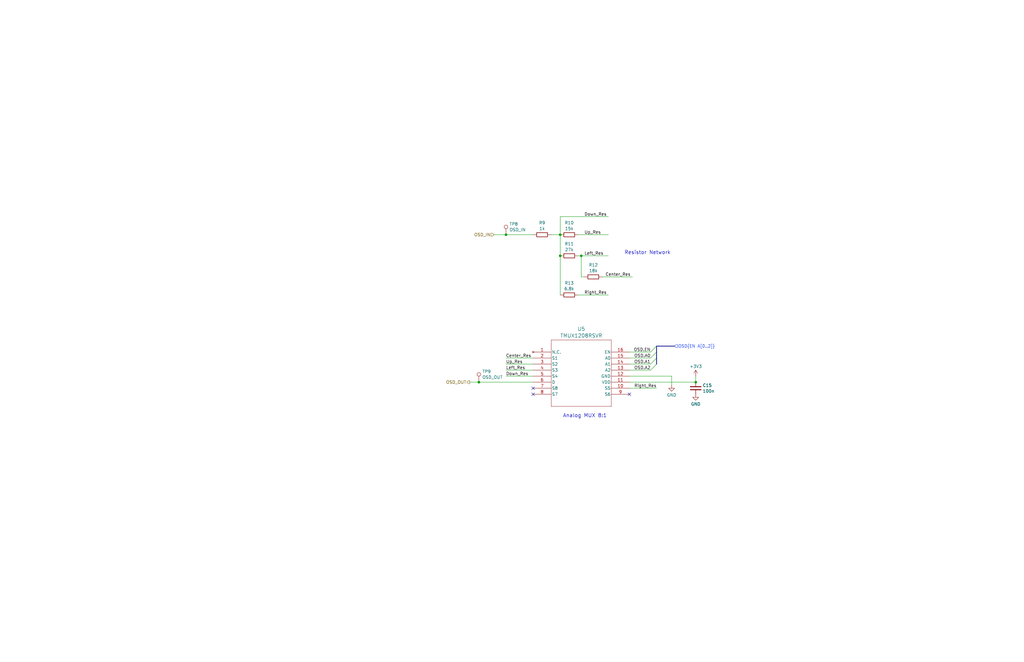
<source format=kicad_sch>
(kicad_sch (version 20231120) (generator "eeschema") (generator_version "8.0")
  (paper "B")
  (title_block (title "Camera Testing Board") (date "2024-10-19") (rev "1") (comment 1 "E. Eidt"))
  (lib_symbols
    (symbol "Connector:TestPoint" (pin_numbers hide) (pin_names (offset 0.762) hide)
      (property "Reference" "TP" (at 0 6.858 0))
      (property "Value" "TestPoint" (at 0 5.08 0))
      (symbol "TestPoint_0_1"
        (circle (center 0 3.302) (radius 0.762))
      )
      (symbol "TestPoint_1_1"
        (pin passive line (at 0 0 90) (length 2.54) (name "1") (number "1"))
      )
    )
    (symbol "PCM_SL_Capacitors:104_Ceramic"
      (property "Reference" "C" (at 0 6.35 0))
      (property "Value" "104_Ceramic" (at 0 3.81 0))
      (symbol "104_Ceramic_0_1"
        (rectangle (start -0.762 2.286) (end -0.508 -2.286) (fill (type outline)))
        (rectangle (start 0.508 2.286) (end 0.762 -2.286) (fill (type outline)))
      )
      (symbol "104_Ceramic_1_1"
        (pin passive line (at -2.54 0 0) (length 2) (name "~") (number "1"))
        (pin input line (at 2.54 0 180) (length 2) (name "~") (number "2"))
      )
    )
    (symbol "PCM_SL_Resistors:15k"
      (property "Reference" "R" (at 0 5.08 0))
      (property "Value" "15k" (at 0 2.54 0))
      (symbol "15k_0_1"
        (rectangle (start -2.286 0.889) (end 2.286 -0.889) (stroke (width 0.24)))
      )
      (symbol "15k_1_1"
        (pin passive line (at -3.81 0 0) (length 1.5) (name "") (number "1"))
        (pin passive line (at 3.81 0 180) (length 1.5) (name "~") (number "2"))
      )
    )
    (symbol "PCM_SL_Resistors:18k"
      (property "Reference" "R" (at 0 5.08 0))
      (property "Value" "18k" (at 0 2.54 0))
      (symbol "18k_0_1"
        (rectangle (start -2.286 0.889) (end 2.286 -0.889) (stroke (width 0.24)))
      )
      (symbol "18k_1_1"
        (pin passive line (at -3.81 0 0) (length 1.5) (name "") (number "1"))
        (pin passive line (at 3.81 0 180) (length 1.5) (name "~") (number "2"))
      )
    )
    (symbol "PCM_SL_Resistors:1k"
      (property "Reference" "R" (at 0 5.08 0))
      (property "Value" "1k" (at 0 2.54 0))
      (symbol "1k_0_1"
        (rectangle (start -2.286 0.889) (end 2.286 -0.889) (stroke (width 0.24)))
      )
      (symbol "1k_1_1"
        (pin passive line (at -3.81 0 0) (length 1.5) (name "") (number "1"))
        (pin passive line (at 3.81 0 180) (length 1.5) (name "~") (number "2"))
      )
    )
    (symbol "PCM_SL_Resistors:27k"
      (property "Reference" "R" (at 0 5.08 0))
      (property "Value" "27k" (at 0 2.54 0))
      (symbol "27k_0_1"
        (rectangle (start -2.286 0.889) (end 2.286 -0.889) (stroke (width 0.24)))
      )
      (symbol "27k_1_1"
        (pin passive line (at -3.81 0 0) (length 1.5) (name "") (number "1"))
        (pin passive line (at 3.81 0 180) (length 1.5) (name "~") (number "2"))
      )
    )
    (symbol "PCM_SL_Resistors:6.8k"
      (property "Reference" "R" (at 0 5.08 0))
      (property "Value" "6.8k" (at 0 2.54 0))
      (symbol "6.8k_0_1"
        (rectangle (start -2.286 0.889) (end 2.286 -0.889) (stroke (width 0.24)))
      )
      (symbol "6.8k_1_1"
        (pin passive line (at -3.81 0 0) (length 1.5) (name "") (number "1"))
        (pin passive line (at 3.81 0 180) (length 1.5) (name "~") (number "2"))
      )
    )
    (symbol "TMUX1208RSVR:TMUX1208RSVR" (pin_names (offset 0.254))
      (property "Reference" "U" (at 20.32 10.16 0))
      (property "Value" "TMUX1208RSVR" (at 20.32 7.62 0))
      (symbol "TMUX1208RSVR_0_1"
        (polyline (pts (xy 7.62 -22.86) (xy 33.02 -22.86)) (stroke (width 0.127)))
        (polyline (pts (xy 7.62 5.08) (xy 7.62 -22.86)) (stroke (width 0.127)))
        (polyline (pts (xy 33.02 -22.86) (xy 33.02 5.08)) (stroke (width 0.127)))
        (polyline (pts (xy 33.02 5.08) (xy 7.62 5.08)) (stroke (width 0.127)))
        (pin no_connect line (at 0 0 0) (length 7.62) (name "N.C.") (number "1"))
        (pin bidirectional line (at 40.64 -15.24 180) (length 7.62) (name "S5") (number "10"))
        (pin power_in line (at 40.64 -12.7 180) (length 7.62) (name "VDD") (number "11"))
        (pin bidirectional line (at 40.64 -7.62 180) (length 7.62) (name "A2") (number "13"))
        (pin bidirectional line (at 40.64 -5.08 180) (length 7.62) (name "A1") (number "14"))
        (pin bidirectional line (at 40.64 -2.54 180) (length 7.62) (name "A0") (number "15"))
        (pin bidirectional line (at 0 -2.54 0) (length 7.62) (name "S1") (number "2"))
        (pin bidirectional line (at 0 -5.08 0) (length 7.62) (name "S2") (number "3"))
        (pin bidirectional line (at 0 -7.62 0) (length 7.62) (name "S3") (number "4"))
        (pin bidirectional line (at 0 -10.16 0) (length 7.62) (name "S4") (number "5"))
        (pin bidirectional line (at 0 -15.24 0) (length 7.62) (name "S8") (number "7"))
        (pin bidirectional line (at 0 -17.78 0) (length 7.62) (name "S7") (number "8"))
        (pin bidirectional line (at 40.64 -17.78 180) (length 7.62) (name "S6") (number "9"))
      )
      (symbol "TMUX1208RSVR_1_1"
        (pin power_in line (at 40.64 -10.16 180) (length 7.62) (name "GND") (number "12"))
        (pin input line (at 40.64 0 180) (length 7.62) (name "EN") (number "16"))
        (pin passive line (at 0 -12.7 0) (length 7.62) (name "D") (number "6"))
      )
    )
    (symbol "power:+3V3" (power) (pin_numbers hide) (pin_names (offset 0) hide)
      (property "Value" "+3V3" (at 0 3.556 0))
      (symbol "+3V3_0_1"
        (polyline (pts (xy -0.762 1.27) (xy 0 2.54)))
        (polyline (pts (xy 0 0) (xy 0 2.54)))
        (polyline (pts (xy 0 2.54) (xy 0.762 1.27)))
      )
      (symbol "+3V3_1_1"
        (pin power_in line (at 0 0 90) (length 0) (name "~") (number "1"))
      )
    )
    (symbol "power:GND" (power) (pin_numbers hide) (pin_names (offset 0) hide)
      (property "Value" "GND" (at 0 -3.81 0))
      (symbol "GND_0_1"
        (polyline (pts (xy 0 0) (xy 0 -1.27) (xy 1.27 -1.27) (xy 0 -2.54) (xy -1.27 -1.27) (xy 0 -1.27)))
      )
      (symbol "GND_1_1"
        (pin power_in line (at 0 0 270) (length 0) (name "~") (number "1"))
      )
    )
  )
  (junction (at 245.11 107.95))
  (junction (at 213.36 99.06))
  (junction (at 293.37 161.29))
  (junction (at 236.22 107.95))
  (junction (at 201.93 161.29))
  (junction (at 236.22 99.06))
  (no_connect (at 265.43 166.37))
  (no_connect (at 224.79 163.83))
  (no_connect (at 224.79 166.37))
  (bus_entry (at 274.32 156.21) (size 2.54 -2.54))
  (bus_entry (at 274.32 148.59) (size 2.54 -2.54))
  (bus_entry (at 274.32 151.13) (size 2.54 -2.54))
  (bus_entry (at 274.32 153.67) (size 2.54 -2.54))
  (wire (pts (xy 265.43 148.59) (xy 274.32 148.59)))
  (wire (pts (xy 246.38 116.84) (xy 245.11 116.84)))
  (wire (pts (xy 245.11 107.95) (xy 256.54 107.95)))
  (wire (pts (xy 265.43 161.29) (xy 293.37 161.29)))
  (wire (pts (xy 243.84 124.46) (xy 256.54 124.46)))
  (wire (pts (xy 265.43 156.21) (xy 274.32 156.21)))
  (wire (pts (xy 243.84 99.06) (xy 256.54 99.06)))
  (wire (pts (xy 213.36 156.21) (xy 224.79 156.21)))
  (wire (pts (xy 213.36 99.06) (xy 224.79 99.06)))
  (wire (pts (xy 265.43 163.83) (xy 276.86 163.83)))
  (wire (pts (xy 213.36 153.67) (xy 224.79 153.67)))
  (wire (pts (xy 245.11 107.95) (xy 245.11 116.84)))
  (wire (pts (xy 198.12 161.29) (xy 201.93 161.29)))
  (wire (pts (xy 236.22 107.95) (xy 236.22 124.46)))
  (bus (pts (xy 276.86 146.05) (xy 276.86 148.59)))
  (bus (pts (xy 276.86 148.59) (xy 276.86 151.13)))
  (wire (pts (xy 236.22 99.06) (xy 236.22 107.95)))
  (bus (pts (xy 276.86 151.13) (xy 276.86 153.67)))
  (wire (pts (xy 213.36 151.13) (xy 224.79 151.13)))
  (wire (pts (xy 265.43 158.75) (xy 283.21 158.75)))
  (wire (pts (xy 201.93 161.29) (xy 224.79 161.29)))
  (wire (pts (xy 236.22 99.06) (xy 236.22 91.44)))
  (wire (pts (xy 293.37 158.75) (xy 293.37 161.29)))
  (wire (pts (xy 283.21 158.75) (xy 283.21 162.56)))
  (wire (pts (xy 254 116.84) (xy 266.7 116.84)))
  (bus (pts (xy 284.48 146.05) (xy 276.86 146.05)))
  (wire (pts (xy 213.36 158.75) (xy 224.79 158.75)))
  (wire (pts (xy 236.22 91.44) (xy 256.54 91.44)))
  (wire (pts (xy 208.28 99.06) (xy 213.36 99.06)))
  (wire (pts (xy 232.41 99.06) (xy 236.22 99.06)))
  (wire (pts (xy 265.43 153.67) (xy 274.32 153.67)))
  (wire (pts (xy 243.84 107.95) (xy 245.11 107.95)))
  (wire (pts (xy 265.43 151.13) (xy 274.32 151.13)))
  (text "Resistor Network" (at 273.05 106.68 0) (effects (font (size 1.524 1.524))))
  (text "Analog MUX 8:1" (at 246.634 175.514 0) (effects (font (size 1.524 1.524))))
  (label "Left_Res" (at 246.38 107.95 0))
  (label "OSD.EN" (at 274.32 148.59 180))
  (label "Down_Res" (at 246.38 91.44 0))
  (label "Center_Res" (at 213.36 151.13 0))
  (label "OSD.A2" (at 274.32 156.21 180))
  (label "Center_Res" (at 255.27 116.84 0))
  (label "Right_Res" (at 276.86 163.83 180))
  (label "OSD.A1" (at 274.32 153.67 180))
  (label "Up_Res" (at 246.38 99.06 0))
  (label "Up_Res" (at 213.36 153.67 0))
  (label "OSD.A0" (at 274.32 151.13 180))
  (label "Right_Res" (at 246.38 124.46 0))
  (label "Left_Res" (at 213.36 156.21 0))
  (label "Down_Res" (at 213.36 158.75 0))
  (hierarchical_label "OSD_IN" (shape input) (at 208.28 99.06 180))
  (hierarchical_label "OSD_OUT" (shape output) (at 198.12 161.29 180))
  (hierarchical_label "OSD{EN A[0..2]}" (shape input) (at 284.48 146.05 0))
  (symbol (lib_id "PCM_SL_Resistors:15k") (at 240.03 99.06 0) (unit 1)
    (property "Reference" "R10" (at 240.03 94.0335 0))
    (property "Value" "15k" (at 240.03 96.4578 0))
    (property "Footprint" "Resistor_SMD:R_0603_1608Metric" (effects (hide yes)))
    (property "Description" "15kΩ, 1/4W Resistor" (effects (hide yes)))
  )
  (symbol (lib_id "power:GND") (at 293.37 166.37 0) (unit 1)
    (property "Reference" "#PWR036" (effects (hide yes)))
    (property "Value" "GND" (at 293.37 170.5031 0))
    (property "Description" "Power symbol creates a global label with name \"GND\" , ground" (effects (hide yes)))
  )
  (symbol (lib_id "PCM_SL_Capacitors:104_Ceramic") (at 293.37 163.83 90) (unit 1)
    (property "Reference" "C15" (at 296.291 162.6178 90) (effects (justify right)))
    (property "Value" "100n" (at 296.291 165.0421 90) (effects (justify right)))
    (property "Footprint" "Capacitor_SMD:C_0603_1608Metric" (effects (hide yes)))
    (property "Description" "100nF Ceramic Capacitor" (effects (hide yes)))
  )
  (symbol (lib_id "Connector:TestPoint") (at 201.93 161.29 0) (unit 1)
    (property "Reference" "TP9" (at 203.327 156.7758 0) (effects (justify left)))
    (property "Value" "OSD_OUT" (at 203.327 159.2001 0) (effects (justify left)))
    (property "Footprint" "TestPoint:TestPoint_Keystone_5000-5004_Miniature" (effects (hide yes)))
    (property "Description" "test point" (effects (hide yes)))
  )
  (symbol (lib_id "PCM_SL_Resistors:6.8k") (at 240.03 124.46 0) (unit 1)
    (property "Reference" "R13" (at 240.03 119.4335 0))
    (property "Value" "6.8k" (at 240.03 121.8578 0))
    (property "Footprint" "Resistor_SMD:R_0603_1608Metric" (effects (hide yes)))
    (property "Description" "6.8kΩ, 1/4W Resistor" (effects (hide yes)))
  )
  (symbol (lib_id "PCM_SL_Resistors:18k") (at 250.19 116.84 0) (unit 1)
    (property "Reference" "R12" (at 250.19 111.8135 0))
    (property "Value" "18k" (at 250.19 114.2378 0))
    (property "Footprint" "Resistor_SMD:R_0603_1608Metric" (effects (hide yes)))
    (property "Description" "18kΩ, 1/4W Resistor" (effects (hide yes)))
  )
  (symbol (lib_id "power:+3V3") (at 293.37 158.75 0) (unit 1)
    (property "Reference" "#PWR034" (effects (hide yes)))
    (property "Value" "+3V3" (at 293.37 154.6169 0))
    (property "Description" "Power symbol creates a global label with name \"+3V3\"" (effects (hide yes)))
  )
  (symbol (lib_id "power:GND") (at 283.21 162.56 0) (unit 1)
    (property "Reference" "#PWR035" (effects (hide yes)))
    (property "Value" "GND" (at 283.21 166.6931 0))
    (property "Description" "Power symbol creates a global label with name \"GND\" , ground" (effects (hide yes)))
  )
  (symbol (lib_id "TMUX1208RSVR:TMUX1208RSVR") (at 224.79 148.59 0) (unit 1)
    (property "Reference" "U5" (at 245.11 138.8161 0) (effects (font (size 1.524 1.524))))
    (property "Value" "TMUX1208RSVR" (at 245.11 141.649 0) (effects (font (size 1.524 1.524))))
    (property "Footprint" "TMUX1208RSVR:RSV16_TEX" (effects (hide yes)))
    (property "Datasheet" "TMUX1208RSVR" (effects (hide yes)))
  )
  (symbol (lib_id "PCM_SL_Resistors:27k") (at 240.03 107.95 0) (unit 1)
    (property "Reference" "R11" (at 240.03 102.9235 0))
    (property "Value" "27k" (at 240.03 105.3478 0))
    (property "Footprint" "Resistor_SMD:R_0603_1608Metric" (effects (hide yes)))
    (property "Description" "27kΩ, 1/4W Resistor" (effects (hide yes)))
  )
  (symbol (lib_id "Connector:TestPoint") (at 213.36 99.06 0) (unit 1)
    (property "Reference" "TP8" (at 214.757 94.5458 0) (effects (justify left)))
    (property "Value" "OSD_IN" (at 214.757 96.9701 0) (effects (justify left)))
    (property "Footprint" "TestPoint:TestPoint_Keystone_5000-5004_Miniature" (effects (hide yes)))
    (property "Description" "test point" (effects (hide yes)))
  )
  (symbol (lib_id "PCM_SL_Resistors:1k") (at 228.6 99.06 0) (unit 1)
    (property "Reference" "R9" (at 228.6 94.0335 0))
    (property "Value" "1k" (at 228.6 96.4578 0))
    (property "Footprint" "Resistor_SMD:R_0603_1608Metric" (effects (hide yes)))
    (property "Description" "1kΩ, 1/4W Resistor" (effects (hide yes)))
  )
)
</source>
